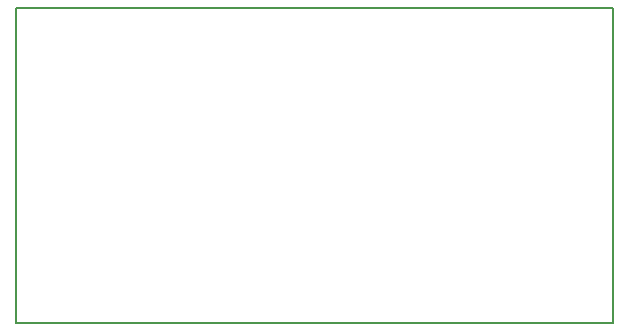
<source format=gm1>
G04 #@! TF.FileFunction,Profile,NP*
%FSLAX46Y46*%
G04 Gerber Fmt 4.6, Leading zero omitted, Abs format (unit mm)*
G04 Created by KiCad (PCBNEW 4.0.1-stable) date 15/06/2016 21:54:59*
%MOMM*%
G01*
G04 APERTURE LIST*
%ADD10C,0.100000*%
%ADD11C,0.150000*%
G04 APERTURE END LIST*
D10*
D11*
X152908000Y-98552000D02*
X102362000Y-98552000D01*
X152908000Y-125222000D02*
X152908000Y-98552000D01*
X102362000Y-125222000D02*
X152908000Y-125222000D01*
X102362000Y-98552000D02*
X102362000Y-125222000D01*
M02*

</source>
